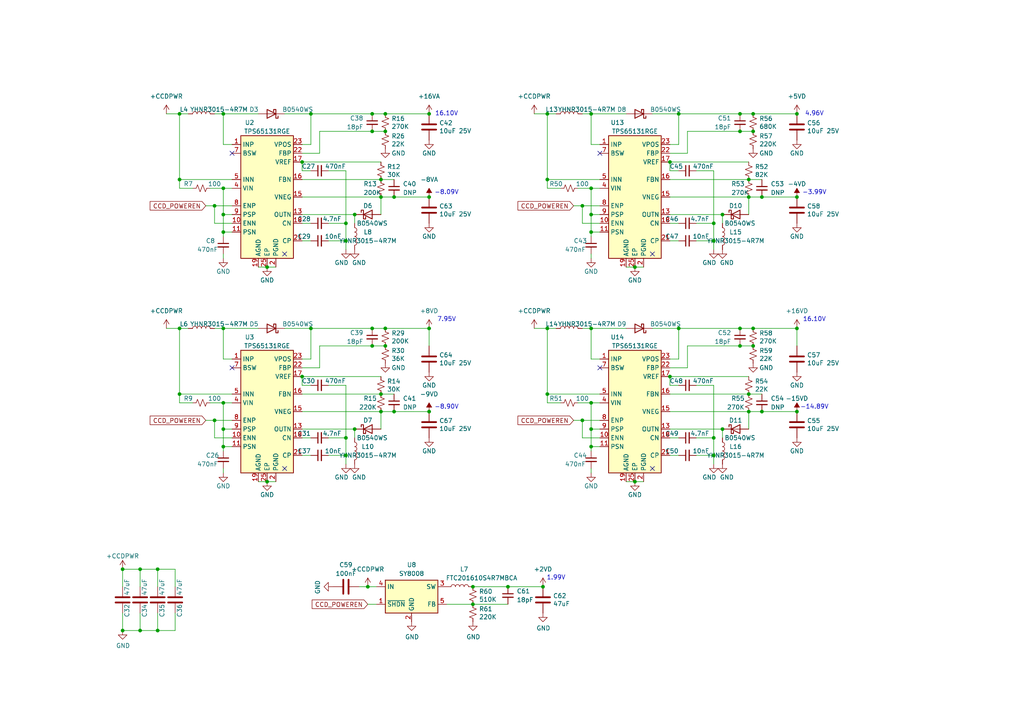
<source format=kicad_sch>
(kicad_sch (version 20231120) (generator "eeschema") (generator_version "8.0")
  (paper "A4")
  (title_block (title "CCD Power Supply") (date "2024-06-09") (rev "R0.10") (company "Copyright 2024 Anhang Li, Wenting Zhang") (comment 2 "MERCHANTABILITY, SATISFACTORY QUALITY AND FITNESS FOR A PARTICULAR PURPOSE.") (comment 3 "This source is distributed WITHOUT ANY EXPRESS OR IMPLIED WARRANTY, INCLUDING OF") (comment 4 "This source describes Open Hardware and is licensed under the CERN-OHL-P v2."))
  (lib_symbols
    (symbol "Device:C" (pin_numbers hide) (pin_names (offset 0.254))
      (property "Reference" "C" (at 0.635 2.54 0))
      (property "Value" "C" (at 0.635 -2.54 0))
      (symbol "C_1_1"
        (pin passive line (at 0 3.81 270) (length 2.794) (name "~") (number "1"))
        (pin passive line (at 0 -3.81 90) (length 2.794) (name "~") (number "2"))
      )
    )
    (symbol "Device:C_Small" (pin_numbers hide) (pin_names (offset 0.254) hide)
      (property "Reference" "C" (at 0.254 1.778 0))
      (property "Value" "C_Small" (at 0.254 -2.032 0))
      (symbol "C_Small_1_1"
        (pin passive line (at 0 2.54 270) (length 2.032) (name "~") (number "1"))
        (pin passive line (at 0 -2.54 90) (length 2.032) (name "~") (number "2"))
      )
    )
    (symbol "Device:D_Schottky" (pin_numbers hide) (pin_names (offset 1.016) hide)
      (property "Reference" "D" (at 0 2.54 0))
      (property "Value" "D_Schottky" (at 0 -2.54 0))
      (symbol "D_Schottky_1_1"
        (pin passive line (at -3.81 0 0) (length 2.54) (name "K") (number "1"))
        (pin passive line (at 3.81 0 180) (length 2.54) (name "A") (number "2"))
      )
    )
    (symbol "Device:L" (pin_numbers hide) (pin_names (offset 1.016) hide)
      (property "Reference" "L" (at -1.27 0 90))
      (property "Value" "L" (at 1.905 0 90))
      (symbol "L_1_1"
        (pin passive line (at 0 3.81 270) (length 1.27) (name "1") (number "1"))
        (pin passive line (at 0 -3.81 90) (length 1.27) (name "2") (number "2"))
      )
    )
    (symbol "Device:R_Small_US" (pin_numbers hide) (pin_names (offset 0.254) hide)
      (property "Reference" "R" (at 0.762 0.508 0))
      (property "Value" "R_Small_US" (at 0.762 -1.016 0))
      (symbol "R_Small_US_1_1"
        (pin passive line (at 0 2.54 270) (length 1.016) (name "~") (number "1"))
        (pin passive line (at 0 -2.54 90) (length 1.016) (name "~") (number "2"))
      )
    )
    (symbol "Regulator_Switching:TPS65130RGE"
      (property "Reference" "U" (at -6.858 21.082 0))
      (property "Value" "TPS65130RGE" (at -1.016 19.05 0))
      (symbol "TPS65130RGE_1_1"
        (pin input line (at -10.16 15.24 0) (length 2.54) (name "INP") (number "1"))
        (pin input line (at -10.16 -7.62 0) (length 2.54) (name "ENN") (number "10"))
        (pin input line (at -10.16 -10.16 0) (length 2.54) (name "PSN") (number "11"))
        (pin no_connect line (at -7.62 7.62 0) (length 2.54) hide (name "NC") (number "12"))
        (pin output line (at 10.16 -5.08 180) (length 2.54) (name "OUTN") (number "13"))
        (pin passive line (at 10.16 -5.08 180) (length 2.54) hide (name "OUTN") (number "14"))
        (pin input line (at 10.16 0 180) (length 2.54) (name "VNEG") (number "15"))
        (pin input line (at 10.16 5.08 180) (length 2.54) (name "FBN") (number "16"))
        (pin output line (at 10.16 10.16 180) (length 2.54) (name "VREF") (number "17"))
        (pin passive line (at 10.16 -7.62 180) (length 2.54) (name "CN") (number "18"))
        (pin power_in line (at -2.54 -20.32 90) (length 2.54) (name "AGND") (number "19"))
        (pin power_in line (at 2.54 -20.32 90) (length 2.54) (name "PGND") (number "2"))
        (pin no_connect line (at -7.62 10.16 0) (length 2.54) hide (name "NC") (number "20"))
        (pin passive line (at 10.16 -12.7 180) (length 2.54) (name "CP") (number "21"))
        (pin input line (at 10.16 12.7 180) (length 2.54) (name "FBP") (number "22"))
        (pin input line (at 10.16 15.24 180) (length 2.54) (name "VPOS") (number "23"))
        (pin input line (at -10.16 15.24 0) (length 2.54) hide (name "INP") (number "24"))
        (pin passive line (at 0 -20.32 90) (length 2.54) (name "EP") (number "25"))
        (pin passive line (at 2.54 -20.32 90) (length 2.54) hide (name "PGND") (number "3"))
        (pin power_in line (at -10.16 2.54 0) (length 2.54) (name "VIN") (number "4"))
        (pin input line (at -10.16 5.08 0) (length 2.54) (name "INN") (number "5"))
        (pin input line (at -10.16 5.08 0) (length 2.54) hide (name "INN") (number "6"))
        (pin output line (at -10.16 12.7 0) (length 2.54) (name "BSW") (number "7"))
        (pin input line (at -10.16 -2.54 0) (length 2.54) (name "ENP") (number "8"))
        (pin input line (at -10.16 -5.08 0) (length 2.54) (name "PSP") (number "9"))
      )
    )
    (symbol "power:+5V" (power) (pin_names (offset 0))
      (property "Value" "+5V" (at 0 3.556 0))
      (symbol "+5V_1_1"
        (pin power_in line (at 0 0 90) (length 0) hide (name "+5V") (number "1"))
      )
    )
    (symbol "power:GND" (power) (pin_names (offset 0))
      (property "Value" "GND" (at 0 -3.81 0))
      (symbol "GND_1_1"
        (pin power_in line (at 0 0 270) (length 0) hide (name "GND") (number "1"))
      )
    )
    (symbol "power:VDC" (power) (pin_numbers hide) (pin_names (offset 0) hide)
      (property "Value" "VDC" (at 0 3.556 0))
      (symbol "VDC_1_1"
        (pin power_in line (at 0 0 90) (length 0) (name "~") (number "1"))
      )
    )
    (symbol "power:VEE" (power) (pin_numbers hide) (pin_names (offset 0) hide)
      (property "Value" "VEE" (at 0 3.556 0))
      (symbol "VEE_1_1"
        (pin power_in line (at 0 0 90) (length 0) (name "~") (number "1"))
      )
    )
    (symbol "symbols:SY8008"
      (property "Reference" "U" (at -7.62 5.715 0))
      (property "Value" "SY8008" (at 0 5.715 0))
      (symbol "SY8008_1_1"
        (pin input line (at -10.16 -2.54 0) (length 2.54) (name "~{SHDN}") (number "1"))
        (pin power_in line (at 0 -7.62 90) (length 2.54) (name "GND") (number "2"))
        (pin passive line (at 10.16 2.54 180) (length 2.54) (name "SW") (number "3"))
        (pin power_in line (at -10.16 2.54 0) (length 2.54) (name "IN") (number "4"))
        (pin input line (at 10.16 -2.54 180) (length 2.54) (name "FB") (number "5"))
      )
    )
  )
  (junction (at 100.33 127))
  (junction (at 62.23 59.69))
  (junction (at 209.55 124.46))
  (junction (at 207.01 132.08))
  (junction (at 184.15 77.47))
  (junction (at 214.63 100.33))
  (junction (at 110.49 119.38))
  (junction (at 214.63 95.25))
  (junction (at 157.48 170.18))
  (junction (at 45.72 182.88))
  (junction (at 220.98 57.15))
  (junction (at 168.91 121.92))
  (junction (at 217.17 114.3))
  (junction (at 218.44 95.25))
  (junction (at 171.45 33.02))
  (junction (at 184.15 139.7))
  (junction (at 158.75 52.07))
  (junction (at 52.07 33.02))
  (junction (at 168.91 59.69))
  (junction (at 64.77 95.25))
  (junction (at 64.77 124.46))
  (junction (at 64.77 33.02))
  (junction (at 196.85 95.25))
  (junction (at 106.68 170.18))
  (junction (at 231.14 57.15))
  (junction (at 64.77 62.23))
  (junction (at 194.31 109.22))
  (junction (at 124.46 95.25))
  (junction (at 137.16 175.26))
  (junction (at 137.16 170.18))
  (junction (at 62.23 121.92))
  (junction (at 52.07 95.25))
  (junction (at 111.76 33.02))
  (junction (at 52.07 52.07))
  (junction (at 124.46 57.15))
  (junction (at 100.33 132.08))
  (junction (at 231.14 33.02))
  (junction (at 64.77 54.61))
  (junction (at 218.44 100.33))
  (junction (at 114.3 57.15))
  (junction (at 158.75 114.3))
  (junction (at 90.17 33.02))
  (junction (at 110.49 114.3))
  (junction (at 110.49 57.15))
  (junction (at 107.95 100.33))
  (junction (at 194.31 46.99))
  (junction (at 111.76 95.25))
  (junction (at 171.45 116.84))
  (junction (at 214.63 38.1))
  (junction (at 77.47 139.7))
  (junction (at 171.45 124.46))
  (junction (at 217.17 57.15))
  (junction (at 214.63 33.02))
  (junction (at 40.64 165.1))
  (junction (at 217.17 52.07))
  (junction (at 64.77 116.84))
  (junction (at 110.49 52.07))
  (junction (at 209.55 62.23))
  (junction (at 111.76 38.1))
  (junction (at 207.01 127))
  (junction (at 102.87 62.23))
  (junction (at 218.44 38.1))
  (junction (at 171.45 67.31))
  (junction (at 111.76 100.33))
  (junction (at 35.56 182.88))
  (junction (at 158.75 33.02))
  (junction (at 231.14 119.38))
  (junction (at 114.3 119.38))
  (junction (at 171.45 54.61))
  (junction (at 171.45 129.54))
  (junction (at 147.32 170.18))
  (junction (at 107.95 95.25))
  (junction (at 107.95 38.1))
  (junction (at 87.63 46.99))
  (junction (at 90.17 95.25))
  (junction (at 52.07 114.3))
  (junction (at 100.33 64.77))
  (junction (at 64.77 67.31))
  (junction (at 220.98 119.38))
  (junction (at 207.01 69.85))
  (junction (at 64.77 129.54))
  (junction (at 207.01 64.77))
  (junction (at 45.72 165.1))
  (junction (at 158.75 95.25))
  (junction (at 171.45 95.25))
  (junction (at 102.87 124.46))
  (junction (at 35.56 165.1))
  (junction (at 124.46 119.38))
  (junction (at 217.17 119.38))
  (junction (at 40.64 182.88))
  (junction (at 107.95 33.02))
  (junction (at 196.85 33.02))
  (junction (at 77.47 77.47))
  (junction (at 100.33 69.85))
  (junction (at 124.46 33.02))
  (junction (at 218.44 33.02))
  (junction (at 231.14 95.25))
  (junction (at 87.63 109.22))
  (junction (at 171.45 62.23))
  (no_connect (at 82.55 135.89))
  (no_connect (at 173.99 44.45))
  (no_connect (at 67.31 44.45))
  (no_connect (at 189.23 135.89))
  (no_connect (at 67.31 106.68))
  (no_connect (at 173.99 106.68))
  (no_connect (at 82.55 73.66))
  (no_connect (at 189.23 73.66))
  (wire (pts (xy 52.07 54.61) (xy 52.07 52.07)))
  (wire (pts (xy 110.49 114.3) (xy 114.3 114.3)))
  (wire (pts (xy 35.56 165.1) (xy 35.56 170.18)))
  (wire (pts (xy 194.31 49.53) (xy 194.31 46.99)))
  (wire (pts (xy 181.61 139.7) (xy 184.15 139.7)))
  (wire (pts (xy 196.85 95.25) (xy 196.85 104.14)))
  (wire (pts (xy 111.76 33.02) (xy 124.46 33.02)))
  (wire (pts (xy 173.99 64.77) (xy 168.91 64.77)))
  (wire (pts (xy 166.37 121.92) (xy 168.91 121.92)))
  (wire (pts (xy 171.45 135.89) (xy 171.45 137.16)))
  (wire (pts (xy 82.55 95.25) (xy 90.17 95.25)))
  (wire (pts (xy 217.17 119.38) (xy 217.17 124.46)))
  (wire (pts (xy 74.93 139.7) (xy 77.47 139.7)))
  (wire (pts (xy 194.31 111.76) (xy 194.31 109.22)))
  (wire (pts (xy 64.77 33.02) (xy 64.77 41.91)))
  (wire (pts (xy 199.39 100.33) (xy 214.63 100.33)))
  (wire (pts (xy 171.45 129.54) (xy 171.45 130.81)))
  (wire (pts (xy 171.45 124.46) (xy 171.45 129.54)))
  (wire (pts (xy 194.31 69.85) (xy 196.85 69.85)))
  (wire (pts (xy 45.72 182.88) (xy 50.8 182.88)))
  (wire (pts (xy 95.25 49.53) (xy 100.33 49.53)))
  (wire (pts (xy 189.23 33.02) (xy 196.85 33.02)))
  (wire (pts (xy 184.15 139.7) (xy 186.69 139.7)))
  (wire (pts (xy 64.77 54.61) (xy 67.31 54.61)))
  (wire (pts (xy 92.71 106.68) (xy 92.71 100.33)))
  (wire (pts (xy 62.23 59.69) (xy 67.31 59.69)))
  (wire (pts (xy 59.69 59.69) (xy 62.23 59.69)))
  (wire (pts (xy 194.31 62.23) (xy 209.55 62.23)))
  (wire (pts (xy 181.61 95.25) (xy 171.45 95.25)))
  (wire (pts (xy 220.98 119.38) (xy 231.14 119.38)))
  (wire (pts (xy 158.75 114.3) (xy 173.99 114.3)))
  (wire (pts (xy 64.77 124.46) (xy 64.77 129.54)))
  (wire (pts (xy 52.07 33.02) (xy 52.07 52.07)))
  (wire (pts (xy 201.93 111.76) (xy 207.01 111.76)))
  (wire (pts (xy 107.95 33.02) (xy 111.76 33.02)))
  (wire (pts (xy 194.31 104.14) (xy 196.85 104.14)))
  (wire (pts (xy 158.75 116.84) (xy 158.75 114.3)))
  (wire (pts (xy 201.93 69.85) (xy 207.01 69.85)))
  (wire (pts (xy 171.45 54.61) (xy 173.99 54.61)))
  (wire (pts (xy 40.64 177.8) (xy 40.64 182.88)))
  (wire (pts (xy 35.56 165.1) (xy 40.64 165.1)))
  (wire (pts (xy 64.77 104.14) (xy 67.31 104.14)))
  (wire (pts (xy 87.63 114.3) (xy 110.49 114.3)))
  (wire (pts (xy 87.63 49.53) (xy 87.63 46.99)))
  (wire (pts (xy 100.33 111.76) (xy 100.33 127)))
  (wire (pts (xy 168.91 127) (xy 168.91 121.92)))
  (wire (pts (xy 74.93 77.47) (xy 77.47 77.47)))
  (wire (pts (xy 92.71 44.45) (xy 92.71 38.1)))
  (wire (pts (xy 220.98 57.15) (xy 231.14 57.15)))
  (wire (pts (xy 67.31 129.54) (xy 64.77 129.54)))
  (wire (pts (xy 87.63 124.46) (xy 102.87 124.46)))
  (wire (pts (xy 45.72 165.1) (xy 50.8 165.1)))
  (wire (pts (xy 207.01 111.76) (xy 207.01 127)))
  (wire (pts (xy 64.77 54.61) (xy 64.77 62.23)))
  (wire (pts (xy 231.14 100.33) (xy 231.14 95.25)))
  (wire (pts (xy 52.07 54.61) (xy 55.88 54.61)))
  (wire (pts (xy 64.77 73.66) (xy 64.77 74.93)))
  (wire (pts (xy 217.17 119.38) (xy 220.98 119.38)))
  (wire (pts (xy 171.45 33.02) (xy 171.45 41.91)))
  (wire (pts (xy 62.23 127) (xy 62.23 121.92)))
  (wire (pts (xy 45.72 177.8) (xy 45.72 182.88)))
  (wire (pts (xy 194.31 109.22) (xy 217.17 109.22)))
  (wire (pts (xy 52.07 116.84) (xy 52.07 114.3)))
  (wire (pts (xy 196.85 33.02) (xy 214.63 33.02)))
  (wire (pts (xy 194.31 46.99) (xy 217.17 46.99)))
  (wire (pts (xy 107.95 100.33) (xy 111.76 100.33)))
  (wire (pts (xy 181.61 33.02) (xy 171.45 33.02)))
  (wire (pts (xy 50.8 177.8) (xy 50.8 182.88)))
  (wire (pts (xy 207.01 64.77) (xy 207.01 69.85)))
  (wire (pts (xy 207.01 127) (xy 207.01 132.08)))
  (wire (pts (xy 50.8 170.18) (xy 50.8 165.1)))
  (wire (pts (xy 201.93 127) (xy 207.01 127)))
  (wire (pts (xy 201.93 132.08) (xy 207.01 132.08)))
  (wire (pts (xy 100.33 127) (xy 100.33 132.08)))
  (wire (pts (xy 64.77 67.31) (xy 64.77 68.58)))
  (wire (pts (xy 147.32 170.18) (xy 157.48 170.18)))
  (wire (pts (xy 90.17 33.02) (xy 107.95 33.02)))
  (wire (pts (xy 217.17 57.15) (xy 220.98 57.15)))
  (wire (pts (xy 158.75 33.02) (xy 158.75 52.07)))
  (wire (pts (xy 194.31 127) (xy 196.85 127)))
  (wire (pts (xy 214.63 33.02) (xy 218.44 33.02)))
  (wire (pts (xy 137.16 170.18) (xy 147.32 170.18)))
  (wire (pts (xy 67.31 67.31) (xy 64.77 67.31)))
  (wire (pts (xy 111.76 95.25) (xy 124.46 95.25)))
  (wire (pts (xy 52.07 95.25) (xy 54.61 95.25)))
  (wire (pts (xy 52.07 33.02) (xy 54.61 33.02)))
  (wire (pts (xy 67.31 64.77) (xy 62.23 64.77)))
  (wire (pts (xy 87.63 132.08) (xy 90.17 132.08)))
  (wire (pts (xy 67.31 127) (xy 62.23 127)))
  (wire (pts (xy 87.63 106.68) (xy 92.71 106.68)))
  (wire (pts (xy 87.63 44.45) (xy 92.71 44.45)))
  (wire (pts (xy 209.55 62.23) (xy 209.55 64.77)))
  (wire (pts (xy 87.63 104.14) (xy 90.17 104.14)))
  (wire (pts (xy 107.95 95.25) (xy 111.76 95.25)))
  (wire (pts (xy 168.91 95.25) (xy 171.45 95.25)))
  (wire (pts (xy 158.75 54.61) (xy 162.56 54.61)))
  (wire (pts (xy 35.56 177.8) (xy 35.56 182.88)))
  (wire (pts (xy 52.07 114.3) (xy 67.31 114.3)))
  (wire (pts (xy 64.77 135.89) (xy 64.77 137.16)))
  (wire (pts (xy 100.33 132.08) (xy 100.33 134.62)))
  (wire (pts (xy 214.63 95.25) (xy 218.44 95.25)))
  (wire (pts (xy 173.99 67.31) (xy 171.45 67.31)))
  (wire (pts (xy 217.17 52.07) (xy 220.98 52.07)))
  (wire (pts (xy 217.17 57.15) (xy 217.17 62.23)))
  (wire (pts (xy 171.45 73.66) (xy 171.45 74.93)))
  (wire (pts (xy 194.31 132.08) (xy 196.85 132.08)))
  (wire (pts (xy 173.99 127) (xy 168.91 127)))
  (wire (pts (xy 194.31 52.07) (xy 217.17 52.07)))
  (wire (pts (xy 95.25 69.85) (xy 100.33 69.85)))
  (wire (pts (xy 60.96 54.61) (xy 64.77 54.61)))
  (wire (pts (xy 110.49 57.15) (xy 110.49 62.23)))
  (wire (pts (xy 64.77 62.23) (xy 67.31 62.23)))
  (wire (pts (xy 214.63 38.1) (xy 218.44 38.1)))
  (wire (pts (xy 87.63 119.38) (xy 110.49 119.38)))
  (wire (pts (xy 218.44 33.02) (xy 231.14 33.02)))
  (wire (pts (xy 171.45 67.31) (xy 171.45 68.58)))
  (wire (pts (xy 40.64 182.88) (xy 45.72 182.88)))
  (wire (pts (xy 199.39 38.1) (xy 214.63 38.1)))
  (wire (pts (xy 114.3 57.15) (xy 124.46 57.15)))
  (wire (pts (xy 90.17 111.76) (xy 87.63 111.76)))
  (wire (pts (xy 199.39 106.68) (xy 199.39 100.33)))
  (wire (pts (xy 60.96 116.84) (xy 64.77 116.84)))
  (wire (pts (xy 62.23 33.02) (xy 64.77 33.02)))
  (wire (pts (xy 74.93 33.02) (xy 64.77 33.02)))
  (wire (pts (xy 107.95 38.1) (xy 111.76 38.1)))
  (wire (pts (xy 102.87 124.46) (xy 102.87 127)))
  (wire (pts (xy 95.25 64.77) (xy 100.33 64.77)))
  (wire (pts (xy 167.64 54.61) (xy 171.45 54.61)))
  (wire (pts (xy 40.64 165.1) (xy 45.72 165.1)))
  (wire (pts (xy 194.31 119.38) (xy 217.17 119.38)))
  (wire (pts (xy 87.63 69.85) (xy 90.17 69.85)))
  (wire (pts (xy 64.77 116.84) (xy 64.77 124.46)))
  (wire (pts (xy 194.31 57.15) (xy 217.17 57.15)))
  (wire (pts (xy 167.64 116.84) (xy 171.45 116.84)))
  (wire (pts (xy 64.77 116.84) (xy 67.31 116.84)))
  (wire (pts (xy 102.87 62.23) (xy 102.87 64.77)))
  (wire (pts (xy 52.07 116.84) (xy 55.88 116.84)))
  (wire (pts (xy 87.63 46.99) (xy 110.49 46.99)))
  (wire (pts (xy 90.17 41.91) (xy 90.17 33.02)))
  (wire (pts (xy 90.17 49.53) (xy 87.63 49.53)))
  (wire (pts (xy 194.31 114.3) (xy 217.17 114.3)))
  (wire (pts (xy 214.63 100.33) (xy 218.44 100.33)))
  (wire (pts (xy 201.93 49.53) (xy 207.01 49.53)))
  (wire (pts (xy 168.91 59.69) (xy 173.99 59.69)))
  (wire (pts (xy 207.01 49.53) (xy 207.01 64.77)))
  (wire (pts (xy 171.45 41.91) (xy 173.99 41.91)))
  (wire (pts (xy 196.85 49.53) (xy 194.31 49.53)))
  (wire (pts (xy 90.17 95.25) (xy 90.17 104.14)))
  (wire (pts (xy 59.69 121.92) (xy 62.23 121.92)))
  (wire (pts (xy 209.55 124.46) (xy 209.55 127)))
  (wire (pts (xy 87.63 41.91) (xy 90.17 41.91)))
  (wire (pts (xy 199.39 44.45) (xy 199.39 38.1)))
  (wire (pts (xy 64.77 124.46) (xy 67.31 124.46)))
  (wire (pts (xy 64.77 95.25) (xy 64.77 104.14)))
  (wire (pts (xy 87.63 64.77) (xy 90.17 64.77)))
  (wire (pts (xy 87.63 111.76) (xy 87.63 109.22)))
  (wire (pts (xy 64.77 129.54) (xy 64.77 130.81)))
  (wire (pts (xy 104.14 170.18) (xy 106.68 170.18)))
  (wire (pts (xy 124.46 100.33) (xy 124.46 95.25)))
  (wire (pts (xy 181.61 77.47) (xy 184.15 77.47)))
  (wire (pts (xy 154.94 95.25) (xy 158.75 95.25)))
  (wire (pts (xy 95.25 111.76) (xy 100.33 111.76)))
  (wire (pts (xy 87.63 57.15) (xy 110.49 57.15)))
  (wire (pts (xy 171.45 116.84) (xy 171.45 124.46)))
  (wire (pts (xy 77.47 139.7) (xy 80.01 139.7)))
  (wire (pts (xy 95.25 132.08) (xy 100.33 132.08)))
  (wire (pts (xy 82.55 33.02) (xy 90.17 33.02)))
  (wire (pts (xy 52.07 95.25) (xy 52.07 114.3)))
  (wire (pts (xy 109.22 175.26) (xy 106.68 175.26)))
  (wire (pts (xy 166.37 59.69) (xy 168.91 59.69)))
  (wire (pts (xy 158.75 95.25) (xy 158.75 114.3)))
  (wire (pts (xy 62.23 95.25) (xy 64.77 95.25)))
  (wire (pts (xy 194.31 106.68) (xy 199.39 106.68)))
  (wire (pts (xy 87.63 109.22) (xy 110.49 109.22)))
  (wire (pts (xy 158.75 116.84) (xy 162.56 116.84)))
  (wire (pts (xy 129.54 175.26) (xy 137.16 175.26)))
  (wire (pts (xy 171.45 104.14) (xy 173.99 104.14)))
  (wire (pts (xy 87.63 62.23) (xy 102.87 62.23)))
  (wire (pts (xy 184.15 77.47) (xy 186.69 77.47)))
  (wire (pts (xy 201.93 64.77) (xy 207.01 64.77)))
  (wire (pts (xy 196.85 111.76) (xy 194.31 111.76)))
  (wire (pts (xy 40.64 170.18) (xy 40.64 165.1)))
  (wire (pts (xy 217.17 114.3) (xy 220.98 114.3)))
  (wire (pts (xy 158.75 52.07) (xy 173.99 52.07)))
  (wire (pts (xy 171.45 116.84) (xy 173.99 116.84)))
  (wire (pts (xy 106.68 170.18) (xy 109.22 170.18)))
  (wire (pts (xy 110.49 52.07) (xy 114.3 52.07)))
  (wire (pts (xy 168.91 121.92) (xy 173.99 121.92)))
  (wire (pts (xy 168.91 64.77) (xy 168.91 59.69)))
  (wire (pts (xy 74.93 95.25) (xy 64.77 95.25)))
  (wire (pts (xy 90.17 95.25) (xy 107.95 95.25)))
  (wire (pts (xy 114.3 119.38) (xy 124.46 119.38)))
  (wire (pts (xy 64.77 62.23) (xy 64.77 67.31)))
  (wire (pts (xy 92.71 100.33) (xy 107.95 100.33)))
  (wire (pts (xy 171.45 95.25) (xy 171.45 104.14)))
  (wire (pts (xy 158.75 95.25) (xy 161.29 95.25)))
  (wire (pts (xy 87.63 127) (xy 90.17 127)))
  (wire (pts (xy 35.56 182.88) (xy 40.64 182.88)))
  (wire (pts (xy 95.25 127) (xy 100.33 127)))
  (wire (pts (xy 194.31 64.77) (xy 196.85 64.77)))
  (wire (pts (xy 194.31 44.45) (xy 199.39 44.45)))
  (wire (pts (xy 110.49 119.38) (xy 114.3 119.38)))
  (wire (pts (xy 77.47 77.47) (xy 80.01 77.47)))
  (wire (pts (xy 171.45 62.23) (xy 171.45 67.31)))
  (wire (pts (xy 64.77 41.91) (xy 67.31 41.91)))
  (wire (pts (xy 189.23 95.25) (xy 196.85 95.25)))
  (wire (pts (xy 171.45 62.23) (xy 173.99 62.23)))
  (wire (pts (xy 158.75 54.61) (xy 158.75 52.07)))
  (wire (pts (xy 48.26 95.25) (xy 52.07 95.25)))
  (wire (pts (xy 110.49 119.38) (xy 110.49 124.46)))
  (wire (pts (xy 62.23 121.92) (xy 67.31 121.92)))
  (wire (pts (xy 196.85 41.91) (xy 196.85 33.02)))
  (wire (pts (xy 218.44 95.25) (xy 231.14 95.25)))
  (wire (pts (xy 110.49 57.15) (xy 114.3 57.15)))
  (wire (pts (xy 171.45 54.61) (xy 171.45 62.23)))
  (wire (pts (xy 92.71 38.1) (xy 107.95 38.1)))
  (wire (pts (xy 154.94 33.02) (xy 158.75 33.02)))
  (wire (pts (xy 87.63 52.07) (xy 110.49 52.07)))
  (wire (pts (xy 207.01 69.85) (xy 207.01 72.39)))
  (wire (pts (xy 173.99 129.54) (xy 171.45 129.54)))
  (wire (pts (xy 158.75 33.02) (xy 161.29 33.02)))
  (wire (pts (xy 100.33 69.85) (xy 100.33 72.39)))
  (wire (pts (xy 45.72 170.18) (xy 45.72 165.1)))
  (wire (pts (xy 194.31 41.91) (xy 196.85 41.91)))
  (wire (pts (xy 48.26 33.02) (xy 52.07 33.02)))
  (wire (pts (xy 100.33 64.77) (xy 100.33 69.85)))
  (wire (pts (xy 100.33 49.53) (xy 100.33 64.77)))
  (wire (pts (xy 137.16 175.26) (xy 147.32 175.26)))
  (wire (pts (xy 194.31 124.46) (xy 209.55 124.46)))
  (wire (pts (xy 207.01 132.08) (xy 207.01 134.62)))
  (wire (pts (xy 52.07 52.07) (xy 67.31 52.07)))
  (wire (pts (xy 168.91 33.02) (xy 171.45 33.02)))
  (wire (pts (xy 171.45 124.46) (xy 173.99 124.46)))
  (wire (pts (xy 62.23 64.77) (xy 62.23 59.69)))
  (wire (pts (xy 196.85 95.25) (xy 214.63 95.25)))
  (text "-3.99V" (at 236.22 55.88 0) (effects (font (size 1.27 1.27))))
  (text "4.96V" (at 236.22 33.02 0) (effects (font (size 1.27 1.27))))
  (text "-8.09V" (at 129.54 55.88 0) (effects (font (size 1.27 1.27))))
  (text "7.95V" (at 129.54 92.71 0) (effects (font (size 1.27 1.27))))
  (text "-14.89V" (at 236.22 118.11 0) (effects (font (size 1.27 1.27))))
  (text "16.10V" (at 129.54 33.02 0) (effects (font (size 1.27 1.27))))
  (text "1.99V" (at 161.29 167.64 0) (effects (font (size 1.27 1.27))))
  (text "16.10V" (at 236.22 92.71 0) (effects (font (size 1.27 1.27))))
  (text "-8.90V" (at 129.54 118.11 0) (effects (font (size 1.27 1.27))))
  (global_label "CCD_POWEREN" (shape input) (at 106.68 175.26 180) (property "Intersheetrefs" "${INTERSHEET_REFS}" (effects (hide yes))))
  (global_label "CCD_POWEREN" (shape input) (at 166.37 121.92 180) (property "Intersheetrefs" "${INTERSHEET_REFS}" (effects (hide yes))))
  (global_label "CCD_POWEREN" (shape input) (at 166.37 59.69 180) (property "Intersheetrefs" "${INTERSHEET_REFS}" (effects (hide yes))))
  (global_label "CCD_POWEREN" (shape input) (at 59.69 121.92 180) (property "Intersheetrefs" "${INTERSHEET_REFS}" (effects (hide yes))))
  (global_label "CCD_POWEREN" (shape input) (at 59.69 59.69 180) (property "Intersheetrefs" "${INTERSHEET_REFS}" (effects (hide yes))))
  (symbol (lib_id "Device:R_Small_US") (at 217.17 49.53 0) (unit 1)
    (property "Reference" "R52" (at 218.948 48.3616 0) (effects (justify left)))
    (property "Value" "82K" (at 218.948 50.673 0) (effects (justify left)))
    (property "Footprint" "Resistor_SMD:R_0402_1005Metric" (effects (hide yes)))
  )
  (symbol (lib_id "power:GND") (at 96.52 170.18 270) (unit 1)
    (property "Reference" "#PWR0147" (effects (hide yes)))
    (property "Value" "GND" (at 92.1258 170.307 0))
  )
  (symbol (lib_id "Device:C_Small") (at 171.45 133.35 0) (unit 1)
    (property "Reference" "C44" (at 166.37 132.08 0) (effects (justify left)))
    (property "Value" "470nF" (at 163.83 134.62 0) (effects (justify left)))
    (property "Footprint" "Capacitor_SMD:C_0402_1005Metric" (effects (hide yes)))
  )
  (symbol (lib_id "Device:C") (at 100.33 170.18 90) (unit 1)
    (property "Reference" "C59" (at 100.33 163.83 90))
    (property "Value" "100nF" (at 100.33 166.37 90))
    (property "Footprint" "Capacitor_SMD:C_0402_1005Metric" (effects (hide yes)))
  )
  (symbol (lib_id "Device:C_Small") (at 64.77 71.12 0) (unit 1)
    (property "Reference" "C8" (at 59.69 69.85 0) (effects (justify left)))
    (property "Value" "470nF" (at 57.15 72.39 0) (effects (justify left)))
    (property "Footprint" "Capacitor_SMD:C_0402_1005Metric" (effects (hide yes)))
  )
  (symbol (lib_id "Device:R_Small_US") (at 111.76 35.56 0) (unit 1)
    (property "Reference" "R16" (at 113.538 34.3916 0) (effects (justify left)))
    (property "Value" "270K" (at 113.538 36.703 0) (effects (justify left)))
    (property "Footprint" "Resistor_SMD:R_0402_1005Metric" (effects (hide yes)))
  )
  (symbol (lib_id "Device:R_Small_US") (at 217.17 111.76 0) (unit 1)
    (property "Reference" "R54" (at 218.948 110.5916 0) (effects (justify left)))
    (property "Value" "22K" (at 218.948 112.903 0) (effects (justify left)))
    (property "Footprint" "Resistor_SMD:R_0402_1005Metric" (effects (hide yes)))
  )
  (symbol (lib_id "Device:R_Small_US") (at 137.16 172.72 0) (unit 1)
    (property "Reference" "R60" (at 138.938 171.5516 0) (effects (justify left)))
    (property "Value" "510K" (at 138.938 173.863 0) (effects (justify left)))
    (property "Footprint" "Resistor_SMD:R_0402_1005Metric" (effects (hide yes)))
  )
  (symbol (lib_id "Device:C_Small") (at 199.39 69.85 90) (mirror x) (unit 1)
    (property "Reference" "C47" (at 196.85 68.58 90) (effects (justify left)))
    (property "Value" "10nF" (at 205.74 68.58 90) (effects (justify left)))
    (property "Footprint" "Capacitor_SMD:C_0402_1005Metric" (effects (hide yes)))
  )
  (symbol (lib_id "power:GND") (at 111.76 105.41 0) (mirror y) (unit 1)
    (property "Reference" "#PWR034" (effects (hide yes)))
    (property "Value" "GND" (at 115.57 106.68 0))
  )
  (symbol (lib_id "Device:R_Small_US") (at 218.44 35.56 0) (unit 1)
    (property "Reference" "R56" (at 220.218 34.3916 0) (effects (justify left)))
    (property "Value" "680K" (at 220.218 36.703 0) (effects (justify left)))
    (property "Footprint" "Resistor_SMD:R_0402_1005Metric" (effects (hide yes)))
  )
  (symbol (lib_id "Device:C") (at 50.8 173.99 0) (mirror y) (unit 1)
    (property "Reference" "C36" (at 52.07 179.07 90) (effects (justify left)))
    (property "Value" "47uF" (at 52.07 172.72 90) (effects (justify left)))
    (property "Footprint" "Capacitor_SMD:C_0805_2012Metric" (effects (hide yes)))
  )
  (symbol (lib_id "Device:C_Small") (at 114.3 54.61 0) (unit 1)
    (property "Reference" "C40" (at 116.84 53.34 0) (effects (justify left)))
    (property "Value" "DNP" (at 116.84 55.88 0) (effects (justify left)))
    (property "Footprint" "Capacitor_SMD:C_0402_1005Metric" (effects (hide yes)))
  )
  (symbol (lib_id "Regulator_Switching:TPS65130RGE") (at 184.15 57.15 0) (unit 1)
    (property "Reference" "U13" (at 179.07 35.56 0))
    (property "Value" "TPS65131RGE" (at 184.15 38.1 0))
    (property "Footprint" "footprints:VQFN-24-1EP_4x4mm_P0.5mm_EP2.45x2.45mm_0.3ThermalVias" (effects (hide yes)))
    (property "Datasheet" "http://www.ti.com/lit/ds/symlink/tps65130.pdf" (effects (hide yes)))
  )
  (symbol (lib_id "Device:C_Small") (at 107.95 35.56 0) (mirror y) (unit 1)
    (property "Reference" "C38" (at 105.41 34.29 0) (effects (justify left)))
    (property "Value" "18pF" (at 105.41 36.83 0) (effects (justify left)))
    (property "Footprint" "Capacitor_SMD:C_0402_1005Metric" (effects (hide yes)))
  )
  (symbol (lib_id "Device:C_Small") (at 92.71 127 90) (mirror x) (unit 1)
    (property "Reference" "C31" (at 90.17 125.73 90) (effects (justify left)))
    (property "Value" "4.7nF" (at 99.06 125.73 90) (effects (justify left)))
    (property "Footprint" "Capacitor_SMD:C_0402_1005Metric" (effects (hide yes)))
  )
  (symbol (lib_id "power:GND") (at 184.15 77.47 0) (mirror y) (unit 1)
    (property "Reference" "#PWR058" (effects (hide yes)))
    (property "Value" "GND" (at 184.15 81.28 0))
  )
  (symbol (lib_id "Device:C") (at 231.14 104.14 0) (unit 1)
    (property "Reference" "C57" (at 234.061 102.9716 0) (effects (justify left)))
    (property "Value" "10uF 25V" (at 234.061 105.283 0) (effects (justify left)))
    (property "Footprint" "Capacitor_SMD:C_0805_2012Metric" (effects (hide yes)))
  )
  (symbol (lib_id "Device:C_Small") (at 171.45 71.12 0) (unit 1)
    (property "Reference" "C43" (at 166.37 69.85 0) (effects (justify left)))
    (property "Value" "470nF" (at 163.83 72.39 0) (effects (justify left)))
    (property "Footprint" "Capacitor_SMD:C_0402_1005Metric" (effects (hide yes)))
  )
  (symbol (lib_id "Device:R_Small_US") (at 58.42 116.84 270) (unit 1)
    (property "Reference" "R9" (at 54.61 115.57 90))
    (property "Value" "100" (at 62.23 115.57 90))
    (property "Footprint" "Resistor_SMD:R_0402_1005Metric" (effects (hide yes)))
  )
  (symbol (lib_id "power:GND") (at 102.87 134.62 0) (mirror y) (unit 1)
    (property "Reference" "#PWR032" (effects (hide yes)))
    (property "Value" "GND" (at 104.14 138.43 0))
  )
  (symbol (lib_id "Device:L") (at 133.35 170.18 90) (unit 1)
    (property "Reference" "L7" (at 134.62 165.1 90))
    (property "Value" "FTC201610S4R7MBCA" (at 139.7 167.64 90))
    (property "Footprint" "Inductor_SMD:L_Murata_DFE201610P" (effects (hide yes)))
  )
  (symbol (lib_id "Device:C_Small") (at 199.39 132.08 90) (mirror x) (unit 1)
    (property "Reference" "C50" (at 196.85 130.81 90) (effects (justify left)))
    (property "Value" "10nF" (at 205.74 130.81 90) (effects (justify left)))
    (property "Footprint" "Capacitor_SMD:C_0402_1005Metric" (effects (hide yes)))
  )
  (symbol (lib_id "power:GND") (at 124.46 127 0) (mirror y) (unit 1)
    (property "Reference" "#PWR044" (effects (hide yes)))
    (property "Value" "GND" (at 124.46 130.81 0))
  )
  (symbol (lib_id "power:GND") (at 102.87 72.39 0) (mirror y) (unit 1)
    (property "Reference" "#PWR031" (effects (hide yes)))
    (property "Value" "GND" (at 104.14 76.2 0))
  )
  (symbol (lib_id "Device:R_Small_US") (at 111.76 40.64 0) (unit 1)
    (property "Reference" "R26" (at 113.538 39.4716 0) (effects (justify left)))
    (property "Value" "22K" (at 113.538 41.783 0) (effects (justify left)))
    (property "Footprint" "Resistor_SMD:R_0402_1005Metric" (effects (hide yes)))
  )
  (symbol (lib_id "power:GND") (at 157.48 177.8 0) (unit 1)
    (property "Reference" "#PWR0152" (effects (hide yes)))
    (property "Value" "GND" (at 157.607 182.1942 0))
  )
  (symbol (lib_id "Device:L") (at 209.55 130.81 0) (mirror x) (unit 1)
    (property "Reference" "L16" (at 213.36 129.54 0))
    (property "Value" "YHNR3015-4R7M" (at 213.36 132.08 0))
    (property "Footprint" "Inductor_SMD:L_Changjiang_FNR3015S" (effects (hide yes)))
  )
  (symbol (lib_id "power:GND") (at 100.33 72.39 0) (mirror y) (unit 1)
    (property "Reference" "#PWR028" (effects (hide yes)))
    (property "Value" "GND" (at 99.06 76.2 0))
  )
  (symbol (lib_id "Device:C") (at 124.46 60.96 0) (unit 1)
    (property "Reference" "C63" (at 127.381 59.7916 0) (effects (justify left)))
    (property "Value" "10uF 25V" (at 127.381 62.103 0) (effects (justify left)))
    (property "Footprint" "Capacitor_SMD:C_0805_2012Metric" (effects (hide yes)))
  )
  (symbol (lib_id "Device:D_Schottky") (at 78.74 95.25 180) (unit 1)
    (property "Reference" "D5" (at 73.66 93.98 0))
    (property "Value" "B0540WS" (at 86.36 93.98 0))
    (property "Footprint" "Diode_SMD:D_SOD-323" (effects (hide yes)))
  )
  (symbol (lib_id "Device:L") (at 102.87 68.58 0) (mirror x) (unit 1)
    (property "Reference" "L8" (at 106.68 67.31 0))
    (property "Value" "YHNR3015-4R7M" (at 106.68 69.85 0))
    (property "Footprint" "Inductor_SMD:L_Changjiang_FNR3015S" (effects (hide yes)))
  )
  (symbol (lib_id "power:VEE") (at 231.14 119.38 0) (unit 1)
    (property "Reference" "#PWR0162" (effects (hide yes)))
    (property "Value" "-15VD" (at 231.14 115.57 0))
    (property "Description" "Power symbol creates a global label with name \"VEE\"" (effects (hide yes)))
  )
  (symbol (lib_id "Device:C") (at 231.14 60.96 0) (unit 1)
    (property "Reference" "C58" (at 234.061 59.7916 0) (effects (justify left)))
    (property "Value" "10uF 25V" (at 234.061 62.103 0) (effects (justify left)))
    (property "Footprint" "Capacitor_SMD:C_0805_2012Metric" (effects (hide yes)))
  )
  (symbol (lib_id "Device:D_Schottky") (at 106.68 124.46 0) (unit 1)
    (property "Reference" "D7" (at 106.68 121.92 0))
    (property "Value" "B0540WS" (at 107.95 127 0))
    (property "Footprint" "Diode_SMD:D_SOD-323" (effects (hide yes)))
  )
  (symbol (lib_id "Regulator_Switching:TPS65130RGE") (at 184.15 119.38 0) (unit 1)
    (property "Reference" "U14" (at 179.07 97.79 0))
    (property "Value" "TPS65131RGE" (at 184.15 100.33 0))
    (property "Footprint" "footprints:VQFN-24-1EP_4x4mm_P0.5mm_EP2.45x2.45mm_0.3ThermalVias" (effects (hide yes)))
    (property "Datasheet" "http://www.ti.com/lit/ds/symlink/tps65130.pdf" (effects (hide yes)))
  )
  (symbol (lib_id "Device:L") (at 58.42 33.02 270) (mirror x) (unit 1)
    (property "Reference" "L4" (at 53.34 31.75 90))
    (property "Value" "YHNR3015-4R7M" (at 63.5 31.75 90))
    (property "Footprint" "Inductor_SMD:L_Changjiang_FNR3015S" (effects (hide yes)))
  )
  (symbol (lib_id "power:+5V") (at 48.26 33.02 0) (unit 1)
    (property "Reference" "#PWR04" (effects (hide yes)))
    (property "Value" "+CCDPWR" (at 48.26 27.94 0))
  )
  (symbol (lib_id "Device:C") (at 231.14 123.19 0) (unit 1)
    (property "Reference" "C55" (at 234.061 122.0216 0) (effects (justify left)))
    (property "Value" "10uF 25V" (at 234.061 124.333 0) (effects (justify left)))
    (property "Footprint" "Capacitor_SMD:C_0805_2012Metric" (effects (hide yes)))
  )
  (symbol (lib_id "power:GND") (at 207.01 72.39 0) (mirror y) (unit 1)
    (property "Reference" "#PWR061" (effects (hide yes)))
    (property "Value" "GND" (at 205.74 76.2 0))
  )
  (symbol (lib_id "power:GND") (at 209.55 134.62 0) (mirror y) (unit 1)
    (property "Reference" "#PWR0115" (effects (hide yes)))
    (property "Value" "GND" (at 210.82 138.43 0))
  )
  (symbol (lib_id "Device:C_Small") (at 92.71 49.53 90) (mirror x) (unit 1)
    (property "Reference" "C27" (at 91.44 48.26 90) (effects (justify left)))
    (property "Value" "470nF" (at 100.33 48.26 90) (effects (justify left)))
    (property "Footprint" "Capacitor_SMD:C_0402_1005Metric" (effects (hide yes)))
  )
  (symbol (lib_id "Device:R_Small_US") (at 218.44 102.87 0) (unit 1)
    (property "Reference" "R59" (at 220.218 101.7016 0) (effects (justify left)))
    (property "Value" "22K" (at 220.218 104.013 0) (effects (justify left)))
    (property "Footprint" "Resistor_SMD:R_0402_1005Metric" (effects (hide yes)))
  )
  (symbol (lib_id "Device:C_Small") (at 147.32 172.72 0) (unit 1)
    (property "Reference" "C61" (at 149.86 171.45 0) (effects (justify left)))
    (property "Value" "18pF" (at 149.86 173.99 0) (effects (justify left)))
    (property "Footprint" "Capacitor_SMD:C_0402_1005Metric" (effects (hide yes)))
  )
  (symbol (lib_id "Device:C") (at 45.72 173.99 0) (mirror y) (unit 1)
    (property "Reference" "C35" (at 46.99 179.07 90) (effects (justify left)))
    (property "Value" "47uF" (at 46.99 172.72 90) (effects (justify left)))
    (property "Footprint" "Capacitor_SMD:C_0805_2012Metric" (effects (hide yes)))
  )
  (symbol (lib_id "power:GND") (at 124.46 107.95 0) (mirror y) (unit 1)
    (property "Reference" "#PWR042" (effects (hide yes)))
    (property "Value" "GND" (at 124.46 111.76 0))
  )
  (symbol (lib_id "power:GND") (at 100.33 134.62 0) (mirror y) (unit 1)
    (property "Reference" "#PWR030" (effects (hide yes)))
    (property "Value" "GND" (at 99.06 138.43 0))
  )
  (symbol (lib_id "power:VDC") (at 231.14 95.25 0) (unit 1)
    (property "Reference" "#PWR0148" (effects (hide yes)))
    (property "Value" "+16VD" (at 231.14 90.17 0))
    (property "Description" "Power symbol creates a global label with name \"VDC\"" (effects (hide yes)))
  )
  (symbol (lib_id "Regulator_Switching:TPS65130RGE") (at 77.47 119.38 0) (unit 1)
    (property "Reference" "U3" (at 72.39 97.79 0))
    (property "Value" "TPS65131RGE" (at 77.47 100.33 0))
    (property "Footprint" "footprints:VQFN-24-1EP_4x4mm_P0.5mm_EP2.45x2.45mm_0.3ThermalVias" (effects (hide yes)))
    (property "Datasheet" "http://www.ti.com/lit/ds/symlink/tps65130.pdf" (effects (hide yes)))
  )
  (symbol (lib_id "power:VDC") (at 124.46 33.02 0) (unit 1)
    (property "Reference" "#PWR0105" (effects (hide yes)))
    (property "Value" "+16VA" (at 124.46 27.94 0))
    (property "Description" "Power symbol creates a global label with name \"VDC\"" (effects (hide yes)))
  )
  (symbol (lib_id "Device:R_Small_US") (at 217.17 116.84 0) (unit 1)
    (property "Reference" "R55" (at 212.09 115.57 0) (effects (justify left)))
    (property "Value" "270K" (at 210.82 118.11 0) (effects (justify left)))
    (property "Footprint" "Resistor_SMD:R_0402_1005Metric" (effects (hide yes)))
  )
  (symbol (lib_id "power:GND") (at 64.77 74.93 0) (mirror y) (unit 1)
    (property "Reference" "#PWR023" (effects (hide yes)))
    (property "Value" "GND" (at 64.77 78.74 0))
  )
  (symbol (lib_id "Device:C_Small") (at 92.71 64.77 90) (mirror x) (unit 1)
    (property "Reference" "C28" (at 90.17 63.5 90) (effects (justify left)))
    (property "Value" "4.7nF" (at 99.06 63.5 90) (effects (justify left)))
    (property "Footprint" "Capacitor_SMD:C_0402_1005Metric" (effects (hide yes)))
  )
  (symbol (lib_id "Device:R_Small_US") (at 110.49 116.84 0) (unit 1)
    (property "Reference" "R15" (at 105.41 115.57 0) (effects (justify left)))
    (property "Value" "220K" (at 104.14 118.11 0) (effects (justify left)))
    (property "Footprint" "Resistor_SMD:R_0402_1005Metric" (effects (hide yes)))
  )
  (symbol (lib_id "Device:C") (at 40.64 173.99 0) (mirror y) (unit 1)
    (property "Reference" "C34" (at 41.91 179.07 90) (effects (justify left)))
    (property "Value" "47uF" (at 41.91 172.72 90) (effects (justify left)))
    (property "Footprint" "Capacitor_SMD:C_0805_2012Metric" (effects (hide yes)))
  )
  (symbol (lib_id "Device:R_Small_US") (at 111.76 97.79 0) (unit 1)
    (property "Reference" "R29" (at 113.538 96.6216 0) (effects (justify left)))
    (property "Value" "200K" (at 113.538 98.933 0) (effects (justify left)))
    (property "Footprint" "Resistor_SMD:R_0402_1005Metric" (effects (hide yes)))
  )
  (symbol (lib_id "power:GND") (at 231.14 64.77 0) (mirror y) (unit 1)
    (property "Reference" "#PWR0144" (effects (hide yes)))
    (property "Value" "GND" (at 231.14 68.58 0))
  )
  (symbol (lib_id "Device:R_Small_US") (at 111.76 102.87 0) (unit 1)
    (property "Reference" "R30" (at 113.538 101.7016 0) (effects (justify left)))
    (property "Value" "36K" (at 113.538 104.013 0) (effects (justify left)))
    (property "Footprint" "Resistor_SMD:R_0402_1005Metric" (effects (hide yes)))
  )
  (symbol (lib_id "Device:R_Small_US") (at 165.1 54.61 270) (unit 1)
    (property "Reference" "R50" (at 161.29 53.34 90))
    (property "Value" "100" (at 168.91 53.34 90))
    (property "Footprint" "Resistor_SMD:R_0402_1005Metric" (effects (hide yes)))
  )
  (symbol (lib_id "power:GND") (at 137.16 180.34 0) (unit 1)
    (property "Reference" "#PWR0151" (effects (hide yes)))
    (property "Value" "GND" (at 137.287 184.7342 0))
  )
  (symbol (lib_id "Device:C_Small") (at 114.3 116.84 0) (unit 1)
    (property "Reference" "C41" (at 116.84 115.57 0) (effects (justify left)))
    (property "Value" "DNP" (at 116.84 118.11 0) (effects (justify left)))
    (property "Footprint" "Capacitor_SMD:C_0402_1005Metric" (effects (hide yes)))
  )
  (symbol (lib_id "Device:C") (at 157.48 173.99 0) (unit 1)
    (property "Reference" "C62" (at 160.401 172.8216 0) (effects (justify left)))
    (property "Value" "47uF" (at 160.401 175.133 0) (effects (justify left)))
    (property "Footprint" "Capacitor_SMD:C_0805_2012Metric" (effects (hide yes)))
  )
  (symbol (lib_id "Device:C") (at 124.46 123.19 0) (unit 1)
    (property "Reference" "C67" (at 127.381 122.0216 0) (effects (justify left)))
    (property "Value" "10uF 25V" (at 127.381 124.333 0) (effects (justify left)))
    (property "Footprint" "Capacitor_SMD:C_0805_2012Metric" (effects (hide yes)))
  )
  (symbol (lib_id "power:GND") (at 77.47 139.7 0) (mirror y) (unit 1)
    (property "Reference" "#PWR026" (effects (hide yes)))
    (property "Value" "GND" (at 77.47 143.51 0))
  )
  (symbol (lib_id "power:VEE") (at 124.46 119.38 0) (unit 1)
    (property "Reference" "#PWR0160" (effects (hide yes)))
    (property "Value" "-9VD" (at 124.46 114.3 0))
    (property "Description" "Power symbol creates a global label with name \"VEE\"" (effects (hide yes)))
  )
  (symbol (lib_id "power:GND") (at 119.38 180.34 0) (unit 1)
    (property "Reference" "#PWR0150" (effects (hide yes)))
    (property "Value" "GND" (at 119.507 184.7342 0))
  )
  (symbol (lib_id "power:VDC") (at 157.48 170.18 0) (unit 1)
    (property "Reference" "#PWR0156" (effects (hide yes)))
    (property "Value" "+2VD" (at 157.48 165.1 0))
    (property "Description" "Power symbol creates a global label with name \"VDC\"" (effects (hide yes)))
  )
  (symbol (lib_id "Regulator_Switching:TPS65130RGE") (at 77.47 57.15 0) (unit 1)
    (property "Reference" "U2" (at 72.39 35.56 0))
    (property "Value" "TPS65131RGE" (at 77.47 38.1 0))
    (property "Footprint" "footprints:VQFN-24-1EP_4x4mm_P0.5mm_EP2.45x2.45mm_0.3ThermalVias" (effects (hide yes)))
    (property "Datasheet" "http://www.ti.com/lit/ds/symlink/tps65130.pdf" (effects (hide yes)))
  )
  (symbol (lib_id "Device:C_Small") (at 107.95 97.79 0) (mirror y) (unit 1)
    (property "Reference" "C39" (at 105.41 96.52 0) (effects (justify left)))
    (property "Value" "18pF" (at 105.41 99.06 0) (effects (justify left)))
    (property "Footprint" "Capacitor_SMD:C_0402_1005Metric" (effects (hide yes)))
  )
  (symbol (lib_id "Device:R_Small_US") (at 137.16 177.8 0) (unit 1)
    (property "Reference" "R61" (at 138.938 176.6316 0) (effects (justify left)))
    (property "Value" "220K" (at 138.938 178.943 0) (effects (justify left)))
    (property "Footprint" "Resistor_SMD:R_0402_1005Metric" (effects (hide yes)))
  )
  (symbol (lib_id "Device:C_Small") (at 92.71 111.76 90) (mirror x) (unit 1)
    (property "Reference" "C30" (at 91.44 110.49 90) (effects (justify left)))
    (property "Value" "470nF" (at 100.33 110.49 90) (effects (justify left)))
    (property "Footprint" "Capacitor_SMD:C_0402_1005Metric" (effects (hide yes)))
  )
  (symbol (lib_id "Device:D_Schottky") (at 185.42 33.02 180) (unit 1)
    (property "Reference" "D8" (at 180.34 31.75 0))
    (property "Value" "B0540WS" (at 193.04 31.75 0))
    (property "Footprint" "Diode_SMD:D_SOD-323" (effects (hide yes)))
  )
  (symbol (lib_id "power:GND") (at 171.45 74.93 0) (mirror y) (unit 1)
    (property "Reference" "#PWR055" (effects (hide yes)))
    (property "Value" "GND" (at 171.45 78.74 0))
  )
  (symbol (lib_id "power:+5V") (at 154.94 33.02 0) (unit 1)
    (property "Reference" "#PWR029" (effects (hide yes)))
    (property "Value" "+CCDPWR" (at 154.94 27.94 0))
  )
  (symbol (lib_id "Device:C") (at 35.56 173.99 0) (mirror y) (unit 1)
    (property "Reference" "C32" (at 36.83 179.07 90) (effects (justify left)))
    (property "Value" "47uF" (at 36.83 172.72 90) (effects (justify left)))
    (property "Footprint" "Capacitor_SMD:C_0805_2012Metric" (effects (hide yes)))
  )
  (symbol (lib_id "Device:C_Small") (at 214.63 35.56 0) (mirror y) (unit 1)
    (property "Reference" "C51" (at 212.09 34.29 0) (effects (justify left)))
    (property "Value" "18pF" (at 212.09 36.83 0) (effects (justify left)))
    (property "Footprint" "Capacitor_SMD:C_0402_1005Metric" (effects (hide yes)))
  )
  (symbol (lib_id "Device:L") (at 165.1 95.25 270) (mirror x) (unit 1)
    (property "Reference" "L14" (at 160.02 93.98 90))
    (property "Value" "YHNR3015-4R7M" (at 170.18 93.98 90))
    (property "Footprint" "Inductor_SMD:L_Changjiang_FNR3015S" (effects (hide yes)))
  )
  (symbol (lib_id "Device:R_Small_US") (at 218.44 97.79 0) (unit 1)
    (property "Reference" "R58" (at 220.218 96.6216 0) (effects (justify left)))
    (property "Value" "270K" (at 220.218 98.933 0) (effects (justify left)))
    (property "Footprint" "Resistor_SMD:R_0402_1005Metric" (effects (hide yes)))
  )
  (symbol (lib_id "Device:D_Schottky") (at 185.42 95.25 180) (unit 1)
    (property "Reference" "D9" (at 180.34 93.98 0))
    (property "Value" "B0540WS" (at 193.04 93.98 0))
    (property "Footprint" "Diode_SMD:D_SOD-323" (effects (hide yes)))
  )
  (symbol (lib_id "Device:R_Small_US") (at 218.44 40.64 0) (unit 1)
    (property "Reference" "R57" (at 220.218 39.4716 0) (effects (justify left)))
    (property "Value" "220K" (at 220.218 41.783 0) (effects (justify left)))
    (property "Footprint" "Resistor_SMD:R_0402_1005Metric" (effects (hide yes)))
  )
  (symbol (lib_id "Device:R_Small_US") (at 58.42 54.61 270) (unit 1)
    (property "Reference" "R7" (at 54.61 53.34 90))
    (property "Value" "100" (at 62.23 53.34 90))
    (property "Footprint" "Resistor_SMD:R_0402_1005Metric" (effects (hide yes)))
  )
  (symbol (lib_id "Device:R_Small_US") (at 165.1 116.84 270) (unit 1)
    (property "Reference" "R51" (at 161.29 115.57 90))
    (property "Value" "100" (at 168.91 115.57 90))
    (property "Footprint" "Resistor_SMD:R_0402_1005Metric" (effects (hide yes)))
  )
  (symbol (lib_id "power:GND") (at 124.46 64.77 0) (mirror y) (unit 1)
    (property "Reference" "#PWR040" (effects (hide yes)))
    (property "Value" "GND" (at 124.46 68.58 0))
  )
  (symbol (lib_id "Device:C_Small") (at 64.77 133.35 0) (unit 1)
    (property "Reference" "C26" (at 59.69 132.08 0) (effects (justify left)))
    (property "Value" "470nF" (at 57.15 134.62 0) (effects (justify left)))
    (property "Footprint" "Capacitor_SMD:C_0402_1005Metric" (effects (hide yes)))
  )
  (symbol (lib_id "power:GND") (at 218.44 105.41 0) (mirror y) (unit 1)
    (property "Reference" "#PWR0117" (effects (hide yes)))
    (property "Value" "GND" (at 222.25 106.68 0))
  )
  (symbol (lib_id "Device:D_Schottky") (at 78.74 33.02 180) (unit 1)
    (property "Reference" "D3" (at 73.66 31.75 0))
    (property "Value" "B0540WS" (at 86.36 31.75 0))
    (property "Footprint" "Diode_SMD:D_SOD-323" (effects (hide yes)))
  )
  (symbol (lib_id "Device:D_Schottky") (at 213.36 62.23 0) (unit 1)
    (property "Reference" "D10" (at 213.36 59.69 0))
    (property "Value" "B0540WS" (at 214.63 64.77 0))
    (property "Footprint" "Diode_SMD:D_SOD-323" (effects (hide yes)))
  )
  (symbol (lib_id "power:VDC") (at 231.14 33.02 0) (unit 1)
    (property "Reference" "#PWR0154" (effects (hide yes)))
    (property "Value" "+5VD" (at 231.14 27.94 0))
    (property "Description" "Power symbol creates a global label with name \"VDC\"" (effects (hide yes)))
  )
  (symbol (lib_id "Device:C_Small") (at 199.39 49.53 90) (mirror x) (unit 1)
    (property "Reference" "C45" (at 198.12 48.26 90) (effects (justify left)))
    (property "Value" "470nF" (at 207.01 48.26 90) (effects (justify left)))
    (property "Footprint" "Capacitor_SMD:C_0402_1005Metric" (effects (hide yes)))
  )
  (symbol (lib_id "power:GND") (at 231.14 107.95 0) (mirror y) (unit 1)
    (property "Reference" "#PWR0145" (effects (hide yes)))
    (property "Value" "GND" (at 231.14 111.76 0))
  )
  (symbol (lib_id "power:GND") (at 77.47 77.47 0) (mirror y) (unit 1)
    (property "Reference" "#PWR025" (effects (hide yes)))
    (property "Value" "GND" (at 77.47 81.28 0))
  )
  (symbol (lib_id "Device:R_Small_US") (at 110.49 54.61 0) (unit 1)
    (property "Reference" "R13" (at 105.41 53.34 0) (effects (justify left)))
    (property "Value" "200K" (at 105.41 55.88 0) (effects (justify left)))
    (property "Footprint" "Resistor_SMD:R_0402_1005Metric" (effects (hide yes)))
  )
  (symbol (lib_id "power:GND") (at 184.15 139.7 0) (mirror y) (unit 1)
    (property "Reference" "#PWR059" (effects (hide yes)))
    (property "Value" "GND" (at 184.15 143.51 0))
  )
  (symbol (lib_id "power:VEE") (at 231.14 57.15 0) (unit 1)
    (property "Reference" "#PWR0164" (effects (hide yes)))
    (property "Value" "-4VD" (at 231.14 53.34 0))
    (property "Description" "Power symbol creates a global label with name \"VEE\"" (effects (hide yes)))
  )
  (symbol (lib_id "Device:C_Small") (at 220.98 54.61 0) (unit 1)
    (property "Reference" "C53" (at 223.52 53.34 0) (effects (justify left)))
    (property "Value" "DNP" (at 223.52 55.88 0) (effects (justify left)))
    (property "Footprint" "Capacitor_SMD:C_0402_1005Metric" (effects (hide yes)))
  )
  (symbol (lib_id "Device:C_Small") (at 199.39 127 90) (mirror x) (unit 1)
    (property "Reference" "C49" (at 196.85 125.73 90) (effects (justify left)))
    (property "Value" "4.7nF" (at 205.74 125.73 90) (effects (justify left)))
    (property "Footprint" "Capacitor_SMD:C_0402_1005Metric" (effects (hide yes)))
  )
  (symbol (lib_id "Device:L") (at 209.55 68.58 0) (mirror x) (unit 1)
    (property "Reference" "L15" (at 213.36 67.31 0))
    (property "Value" "YHNR3015-4R7M" (at 213.36 69.85 0))
    (property "Footprint" "Inductor_SMD:L_Changjiang_FNR3015S" (effects (hide yes)))
  )
  (symbol (lib_id "power:GND") (at 218.44 43.18 0) (mirror y) (unit 1)
    (property "Reference" "#PWR0116" (effects (hide yes)))
    (property "Value" "GND" (at 222.25 44.45 0))
  )
  (symbol (lib_id "power:GND") (at 124.46 40.64 0) (mirror y) (unit 1)
    (property "Reference" "#PWR036" (effects (hide yes)))
    (property "Value" "GND" (at 124.46 44.45 0))
  )
  (symbol (lib_id "power:GND") (at 231.14 40.64 0) (mirror y) (unit 1)
    (property "Reference" "#PWR0143" (effects (hide yes)))
    (property "Value" "GND" (at 231.14 44.45 0))
  )
  (symbol (lib_id "Device:C_Small") (at 214.63 97.79 0) (mirror y) (unit 1)
    (property "Reference" "C52" (at 212.09 96.52 0) (effects (justify left)))
    (property "Value" "18pF" (at 212.09 99.06 0) (effects (justify left)))
    (property "Footprint" "Capacitor_SMD:C_0402_1005Metric" (effects (hide yes)))
  )
  (symbol (lib_id "Device:C_Small") (at 199.39 111.76 90) (mirror x) (unit 1)
    (property "Reference" "C48" (at 198.12 110.49 90) (effects (justify left)))
    (property "Value" "470nF" (at 207.01 110.49 90) (effects (justify left)))
    (property "Footprint" "Capacitor_SMD:C_0402_1005Metric" (effects (hide yes)))
  )
  (symbol (lib_id "power:GND") (at 111.76 43.18 0) (mirror y) (unit 1)
    (property "Reference" "#PWR033" (effects (hide yes)))
    (property "Value" "GND" (at 115.57 44.45 0))
  )
  (symbol (lib_id "Device:D_Schottky") (at 106.68 62.23 0) (unit 1)
    (property "Reference" "D6" (at 106.68 59.69 0))
    (property "Value" "B0540WS" (at 107.95 64.77 0))
    (property "Footprint" "Diode_SMD:D_SOD-323" (effects (hide yes)))
  )
  (symbol (lib_id "Device:C_Small") (at 199.39 64.77 90) (mirror x) (unit 1)
    (property "Reference" "C46" (at 196.85 63.5 90) (effects (justify left)))
    (property "Value" "4.7nF" (at 205.74 63.5 90) (effects (justify left)))
    (property "Footprint" "Capacitor_SMD:C_0402_1005Metric" (effects (hide yes)))
  )
  (symbol (lib_id "symbols:SY8008") (at 119.38 172.72 0) (unit 1)
    (property "Reference" "U8" (at 119.38 163.83 0))
    (property "Value" "SY8008" (at 119.38 166.37 0))
    (property "Footprint" "Package_TO_SOT_SMD:TSOT-23-5" (effects (hide yes)))
    (property "Description" "High Efficiency 1.5MHz, 0.6A/1A/1.2A Synchronous Step Down Regulator" (effects (hide yes)))
  )
  (symbol (lib_id "Device:C") (at 124.46 104.14 0) (unit 1)
    (property "Reference" "C64" (at 127.381 102.9716 0) (effects (justify left)))
    (property "Value" "10uF 25V" (at 127.381 105.283 0) (effects (justify left)))
    (property "Footprint" "Capacitor_SMD:C_0805_2012Metric" (effects (hide yes)))
  )
  (symbol (lib_id "Device:L") (at 165.1 33.02 270) (mirror x) (unit 1)
    (property "Reference" "L13" (at 160.02 31.75 90))
    (property "Value" "YHNR3015-4R7M" (at 170.18 31.75 90))
    (property "Footprint" "Inductor_SMD:L_Changjiang_FNR3015S" (effects (hide yes)))
  )
  (symbol (lib_id "power:GND") (at 209.55 72.39 0) (mirror y) (unit 1)
    (property "Reference" "#PWR0114" (effects (hide yes)))
    (property "Value" "GND" (at 210.82 76.2 0))
  )
  (symbol (lib_id "power:GND") (at 231.14 127 0) (mirror y) (unit 1)
    (property "Reference" "#PWR0146" (effects (hide yes)))
    (property "Value" "GND" (at 231.14 130.81 0))
  )
  (symbol (lib_id "power:GND") (at 171.45 137.16 0) (mirror y) (unit 1)
    (property "Reference" "#PWR056" (effects (hide yes)))
    (property "Value" "GND" (at 171.45 140.97 0))
  )
  (symbol (lib_id "power:+5V") (at 154.94 95.25 0) (unit 1)
    (property "Reference" "#PWR053" (effects (hide yes)))
    (property "Value" "+CCDPWR" (at 154.94 90.17 0))
  )
  (symbol (lib_id "power:+5V") (at 35.56 165.1 0) (unit 1)
    (property "Reference" "#PWR037" (effects (hide yes)))
    (property "Value" "+CCDPWR" (at 35.56 161.29 0))
  )
  (symbol (lib_id "power:VEE") (at 124.46 57.15 0) (unit 1)
    (property "Reference" "#PWR0158" (effects (hide yes)))
    (property "Value" "-8VA" (at 121.92 52.07 0) (effects (justify left)))
    (property "Description" "Power symbol creates a global label with name \"VEE\"" (effects (hide yes)))
  )
  (symbol (lib_id "power:+5V") (at 48.26 95.25 0) (unit 1)
    (property "Reference" "#PWR022" (effects (hide yes)))
    (property "Value" "+CCDPWR" (at 48.26 90.17 0))
  )
  (symbol (lib_id "Device:C_Small") (at 92.71 69.85 90) (mirror x) (unit 1)
    (property "Reference" "C29" (at 90.17 68.58 90) (effects (justify left)))
    (property "Value" "10nF" (at 99.06 68.58 90) (effects (justify left)))
    (property "Footprint" "Capacitor_SMD:C_0402_1005Metric" (effects (hide yes)))
  )
  (symbol (lib_id "power:GND") (at 64.77 137.16 0) (mirror y) (unit 1)
    (property "Reference" "#PWR024" (effects (hide yes)))
    (property "Value" "GND" (at 64.77 140.97 0))
  )
  (symbol (lib_id "Device:L") (at 102.87 130.81 0) (mirror x) (unit 1)
    (property "Reference" "L10" (at 106.68 129.54 0))
    (property "Value" "YHNR3015-4R7M" (at 106.68 132.08 0))
    (property "Footprint" "Inductor_SMD:L_Changjiang_FNR3015S" (effects (hide yes)))
  )
  (symbol (lib_id "Device:D_Schottky") (at 213.36 124.46 0) (unit 1)
    (property "Reference" "D11" (at 213.36 121.92 0))
    (property "Value" "B0540WS" (at 214.63 127 0))
    (property "Footprint" "Diode_SMD:D_SOD-323" (effects (hide yes)))
  )
  (symbol (lib_id "Device:C") (at 124.46 36.83 0) (unit 1)
    (property "Reference" "C42" (at 127.381 35.6616 0) (effects (justify left)))
    (property "Value" "10uF 25V" (at 127.381 37.973 0) (effects (justify left)))
    (property "Footprint" "Capacitor_SMD:C_0805_2012Metric" (effects (hide yes)))
  )
  (symbol (lib_id "Device:R_Small_US") (at 110.49 49.53 0) (unit 1)
    (property "Reference" "R12" (at 112.268 48.3616 0) (effects (justify left)))
    (property "Value" "30K" (at 112.268 50.673 0) (effects (justify left)))
    (property "Footprint" "Resistor_SMD:R_0402_1005Metric" (effects (hide yes)))
  )
  (symbol (lib_id "Device:C_Small") (at 92.71 132.08 90) (mirror x) (unit 1)
    (property "Reference" "C37" (at 90.17 130.81 90) (effects (justify left)))
    (property "Value" "10nF" (at 99.06 130.81 90) (effects (justify left)))
    (property "Footprint" "Capacitor_SMD:C_0402_1005Metric" (effects (hide yes)))
  )
  (symbol (lib_id "power:GND") (at 35.56 182.88 0) (unit 1)
    (property "Reference" "#PWR038" (effects (hide yes)))
    (property "Value" "GND" (at 35.687 187.2742 0))
  )
  (symbol (lib_id "power:VDC") (at 124.46 95.25 0) (unit 1)
    (property "Reference" "#PWR0111" (effects (hide yes)))
    (property "Value" "+8VD" (at 124.46 90.17 0))
    (property "Description" "Power symbol creates a global label with name \"VDC\"" (effects (hide yes)))
  )
  (symbol (lib_id "Device:R_Small_US") (at 110.49 111.76 0) (unit 1)
    (property "Reference" "R14" (at 112.268 110.5916 0) (effects (justify left)))
    (property "Value" "30K" (at 112.268 112.903 0) (effects (justify left)))
    (property "Footprint" "Resistor_SMD:R_0402_1005Metric" (effects (hide yes)))
  )
  (symbol (lib_id "power:GND") (at 207.01 134.62 0) (mirror y) (unit 1)
    (property "Reference" "#PWR094" (effects (hide yes)))
    (property "Value" "GND" (at 205.74 138.43 0))
  )
  (symbol (lib_id "Device:L") (at 58.42 95.25 270) (mirror x) (unit 1)
    (property "Reference" "L6" (at 53.34 93.98 90))
    (property "Value" "YHNR3015-4R7M" (at 63.5 93.98 90))
    (property "Footprint" "Inductor_SMD:L_Changjiang_FNR3015S" (effects (hide yes)))
  )
  (symbol (lib_id "Device:R_Small_US") (at 217.17 54.61 0) (unit 1)
    (property "Reference" "R53" (at 212.09 53.34 0) (effects (justify left)))
    (property "Value" "270K" (at 212.09 55.88 0) (effects (justify left)))
    (property "Footprint" "Resistor_SMD:R_0402_1005Metric" (effects (hide yes)))
  )
  (symbol (lib_id "Device:C") (at 231.14 36.83 0) (unit 1)
    (property "Reference" "C56" (at 234.061 35.6616 0) (effects (justify left)))
    (property "Value" "10uF 25V" (at 234.061 37.973 0) (effects (justify left)))
    (property "Footprint" "Capacitor_SMD:C_0805_2012Metric" (effects (hide yes)))
  )
  (symbol (lib_id "Device:C_Small") (at 220.98 116.84 0) (unit 1)
    (property "Reference" "C54" (at 223.52 115.57 0) (effects (justify left)))
    (property "Value" "DNP" (at 223.52 118.11 0) (effects (justify left)))
    (property "Footprint" "Capacitor_SMD:C_0402_1005Metric" (effects (hide yes)))
  )
  (symbol (lib_id "power:+5V") (at 106.68 170.18 0) (unit 1)
    (property "Reference" "#PWR057" (effects (hide yes)))
    (property "Value" "+CCDPWR" (at 106.68 165.1 0))
  )
)
</source>
